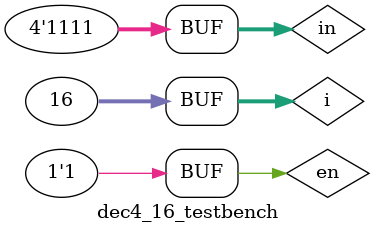
<source format=sv>
module dec4_16 (en, in, out);

	input logic en;
	input logic [3:0] in;
	output logic [15:0] out;
	
	logic control_en;
	logic [3:0] dec_en;
	
	dec2_4 control (.en, .in(in[3:2]), .out(dec_en));
	
	genvar i;
	generate
		for (i = 0; i < 4; i++) begin : eachDec
			dec2_4 dec (.en(dec_en[i]), .in(in[1:0]), .out(out[(4*i + 3):4*i]));
		end
	endgenerate
	

endmodule

module dec4_16_testbench ();
	logic en;
	logic [3:0] in;
	logic [15:0] out;
	
	dec4_16 dut (.*);
	
	integer i;

	initial begin
		en = 0;
		for(i=0; i<16; i++) begin
			in = i; #10;
		end
		en = 1;
		for(i=0; i<16; i++) begin
			in = i; #10;
		end
	end

endmodule

</source>
